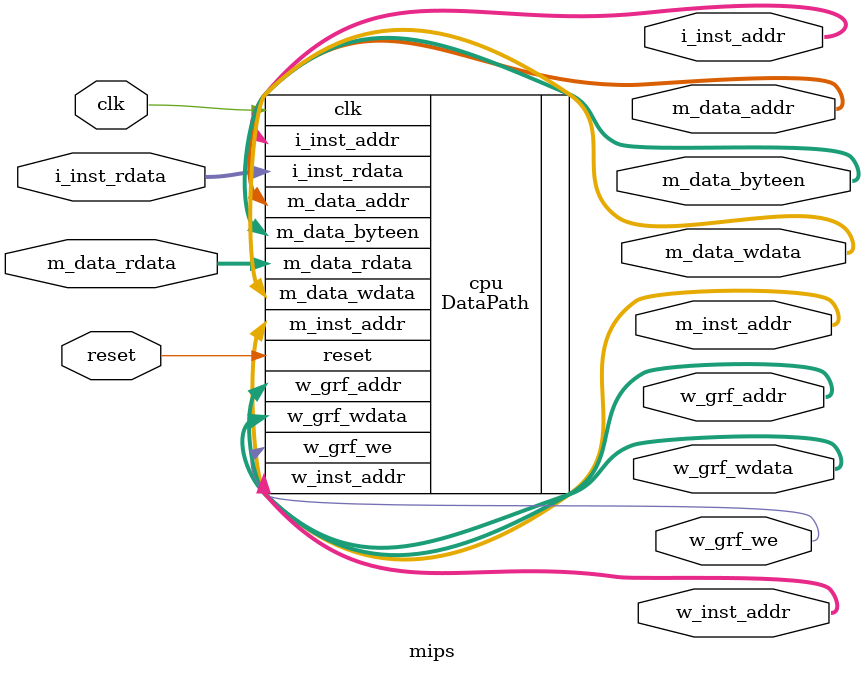
<source format=v>
`timescale 1ns / 1ps
`default_nettype none
module mips(
    input wire clk,
    input wire reset,
	 output wire [31:0] i_inst_addr,
	 input wire [31:0] i_inst_rdata,
	 input wire [31:0] m_data_rdata,
    output wire [31:0] m_data_addr,
	 output wire [31:0] m_data_wdata,
	 output wire [3:0] m_data_byteen,
	 output wire [31:0] m_inst_addr,
	 output wire w_grf_we,
    output wire [4:0] w_grf_addr,
    output wire [31:0] w_grf_wdata,
    output wire [31:0] w_inst_addr
    );
	 
DataPath cpu(
	.clk(clk),
	.reset(reset),
	.i_inst_addr(i_inst_addr),
	.i_inst_rdata(i_inst_rdata),
	.m_data_rdata(m_data_rdata),
	.m_data_addr(m_data_addr),
	.m_data_wdata(m_data_wdata),
	.m_data_byteen(m_data_byteen),
	.m_inst_addr(m_inst_addr),
	.w_grf_we(w_grf_we),
	.w_grf_addr(w_grf_addr),
	.w_grf_wdata(w_grf_wdata),
	.w_inst_addr(w_inst_addr)
);

endmodule

</source>
